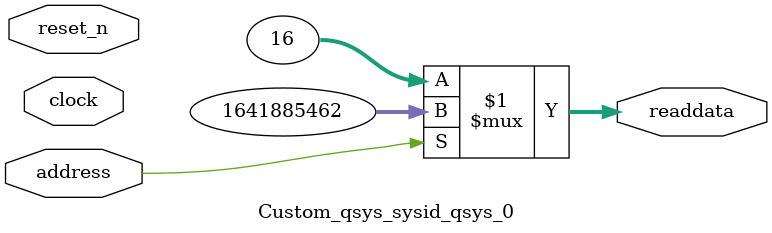
<source format=v>



// synthesis translate_off
`timescale 1ns / 1ps
// synthesis translate_on

// turn off superfluous verilog processor warnings 
// altera message_level Level1 
// altera message_off 10034 10035 10036 10037 10230 10240 10030 

module Custom_qsys_sysid_qsys_0 (
               // inputs:
                address,
                clock,
                reset_n,

               // outputs:
                readdata
             )
;

  output  [ 31: 0] readdata;
  input            address;
  input            clock;
  input            reset_n;

  wire    [ 31: 0] readdata;
  //control_slave, which is an e_avalon_slave
  assign readdata = address ? 1641885462 : 16;

endmodule



</source>
